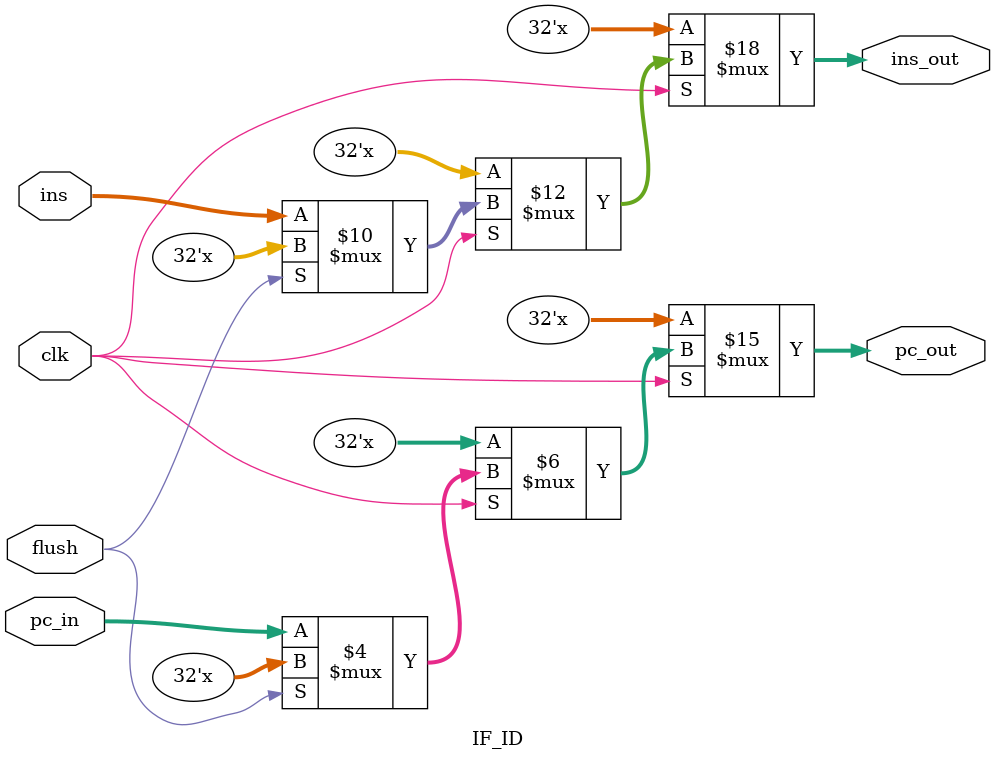
<source format=v>
`timescale 1ns / 1ps
module IF_ID(flush,pc_in,clk,ins,ins_out,pc_out);
input clk,flush;
input [31:0] ins,pc_in;
output reg [31:0] ins_out,pc_out;

always@(clk)
begin
	if(clk)
	begin 
		if(flush)
		begin
				ins_out = 32'bx;
				pc_out = 32'bx;
		end
		else
		begin
			ins_out <= ins;
			pc_out <= pc_in;
		end
	end
end

endmodule

</source>
